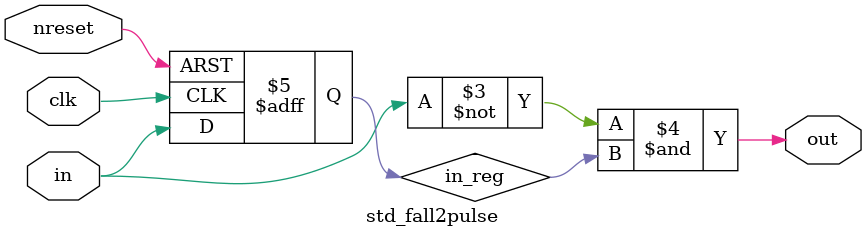
<source format=sv>

module std_fall2pulse #(parameter DW = 1) //data width
(
	input 	      clk, // clock  
	input 	      nreset, // async active low reset   
	input [DW-1:0]  in, // edge input
	output [DW-1:0] out     // one cycle pulse
);

logic [DW-1:0]    in_reg;

always_ff @(posedge clk, negedge nreset) begin
	if(!nreset) begin
		in_reg[DW-1:0]  <= 'b0;
	end else begin
		in_reg[DW-1:0]  <= in[DW-1:0];
	end 
end 

assign out[DW-1:0]  = ~in[DW-1:0] & in_reg[DW-1:0] ;

endmodule // std_fall2pulse


</source>
